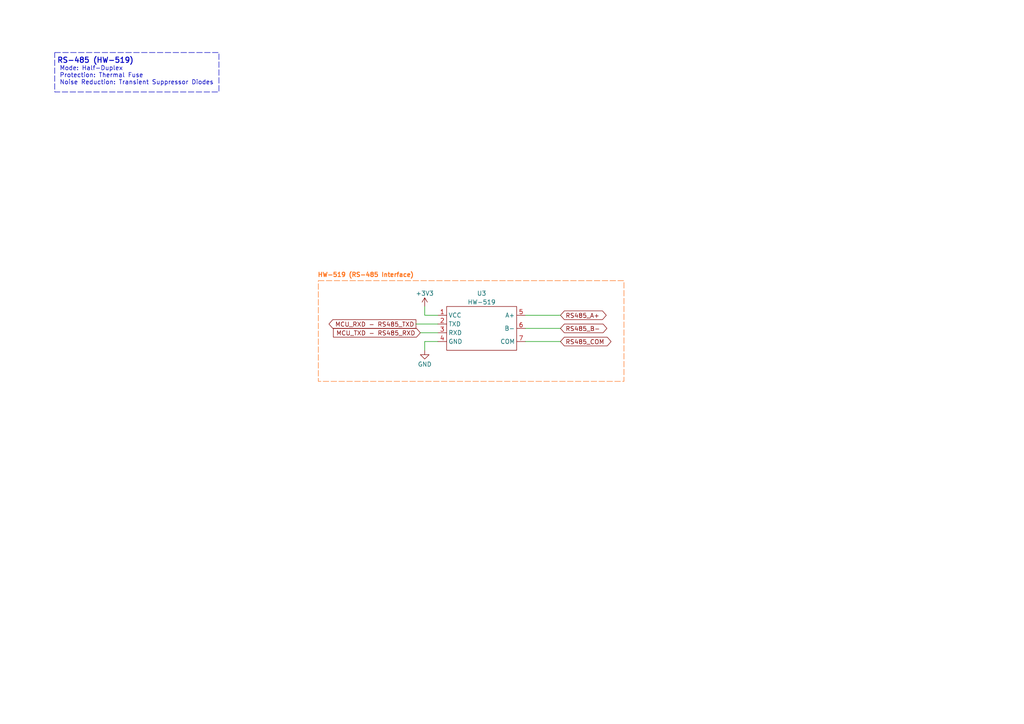
<source format=kicad_sch>
(kicad_sch (version 20231120) (generator "eeschema") (generator_version "8.0")
  (paper "A4")
  (title_block (title "ATL100 (Multiparametric Station) - THT Based") (date "2024-10-29") (rev "v1.0.0") (company "AgroTechLab (Laboratório de Desenvolvimento de Tecnologias para o Agrongócio)") (comment 1 "IFSC/Lages (Instituto Federal de Santa Catarina)") (comment 2 "Confidential (access prohibited without signing a non-disclosure agreement)") (comment 3 "Author: Robson Costa (robson.costa@ifsc.edu.br)") (comment 4 "RS-485"))
  (lib_symbols
    (symbol "AgroTechLab:RS-485 to TTL Module"
      (property "Reference" "U" (at -9.652 7.366 0))
      (symbol "RS-485 to TTL Module_0_1"
        (rectangle (start -10.16 6.35) (end 10.16 -6.35))
      )
      (symbol "RS-485 to TTL Module_1_1"
        (pin power_in line (at -12.7 3.81 0) (length 2.54) (name "VCC") (number "1"))
        (pin output line (at -12.7 1.27 0) (length 2.54) (name "TXD") (number "2"))
        (pin input line (at -12.7 -1.27 0) (length 2.54) (name "RXD") (number "3"))
        (pin power_in line (at -12.7 -3.81 0) (length 2.54) (name "GND") (number "4"))
        (pin bidirectional line (at 12.7 3.81 180) (length 2.54) (name "A+") (number "5"))
        (pin bidirectional line (at 12.7 0 180) (length 2.54) (name "B-") (number "6"))
        (pin bidirectional line (at 12.7 -3.81 180) (length 2.54) (name "COM") (number "7"))
      )
    )
    (symbol "power:+3V3" (power) (pin_numbers hide) (pin_names (offset 0) hide)
      (property "Value" "+3V3" (at 0 3.556 0))
      (symbol "+3V3_0_1"
        (polyline (pts (xy -0.762 1.27) (xy 0 2.54)))
        (polyline (pts (xy 0 0) (xy 0 2.54)))
        (polyline (pts (xy 0 2.54) (xy 0.762 1.27)))
      )
      (symbol "+3V3_1_1"
        (pin power_in line (at 0 0 90) (length 0) (name "~") (number "1"))
      )
    )
    (symbol "power:GND" (power) (pin_numbers hide) (pin_names (offset 0) hide)
      (property "Value" "GND" (at 0 -3.81 0))
      (symbol "GND_0_1"
        (polyline (pts (xy 0 0) (xy 0 -1.27) (xy 1.27 -1.27) (xy 0 -2.54) (xy -1.27 -1.27) (xy 0 -1.27)))
      )
      (symbol "GND_1_1"
        (pin power_in line (at 0 0 270) (length 0) (name "~") (number "1"))
      )
    )
  )
  (wire (pts (xy 121.92 96.52) (xy 127 96.52)))
  (wire (pts (xy 123.19 99.06) (xy 123.19 101.6)))
  (wire (pts (xy 123.19 88.9) (xy 123.19 91.44)))
  (wire (pts (xy 152.4 91.44) (xy 162.56 91.44)))
  (wire (pts (xy 123.19 91.44) (xy 127 91.44)))
  (wire (pts (xy 120.65 93.98) (xy 127 93.98)))
  (wire (pts (xy 152.4 99.06) (xy 162.56 99.06)))
  (wire (pts (xy 152.4 95.25) (xy 162.56 95.25)))
  (wire (pts (xy 127 99.06) (xy 123.19 99.06)))
  (rectangle (start 15.875 15.24) (end 63.5 26.67) (stroke (width 0) (type dash)))
  (rectangle (start 92.329 81.407) (end 180.975 110.617) (stroke (width 0) (type dash) (color 255 114 26 1)))
  (text "RS-485 (HW-519)" (at 27.686 17.653 0) (effects (font (size 1.524 1.524) (thickness 0.254) (bold yes))))
  (text "Mode: Half-Duplex\nProtection: Thermal Fuse\nNoise Reduction: Transient Suppressor Diodes" (at 17.272 21.971 0) (effects (font (size 1.27 1.27)) (justify left)))
  (text "HW-519 (RS-485 Interface)" (at 92.075 80.645 0) (effects (font (size 1.27 1.27) (thickness 0.254) (bold yes)) (justify left bottom)))
  (global_label "RS485_COM" (shape bidirectional) (at 162.56 99.06 0) (property "Intersheetrefs" "${INTERSHEET_REFS}" (effects (hide yes))))
  (global_label "MCU_TXD - RS485_RXD" (shape input) (at 121.92 96.52 180) (property "Intersheetrefs" "${INTERSHEET_REFS}" (effects (hide yes))))
  (global_label "RS485_A+" (shape bidirectional) (at 162.56 91.44 0) (property "Intersheetrefs" "${INTERSHEET_REFS}" (effects (hide yes))))
  (global_label "RS485_B-" (shape bidirectional) (at 162.56 95.25 0) (property "Intersheetrefs" "${INTERSHEET_REFS}" (effects (hide yes))))
  (global_label "MCU_RXD - RS485_TXD" (shape output) (at 120.65 93.98 180) (property "Intersheetrefs" "${INTERSHEET_REFS}" (effects (hide yes))))
  (symbol (lib_id "power:GND") (at 123.19 101.6 0) (unit 1)
    (property "Reference" "#PWR026" (effects (hide yes)))
    (property "Value" "GND" (at 123.19 105.664 0))
    (property "Description" "Power symbol creates a global label with name \"GND\" , ground" (effects (hide yes)))
  )
  (symbol (lib_id "AgroTechLab:RS-485 to TTL Module") (at 139.7 95.25 0) (unit 1)
    (property "Reference" "U3" (at 139.7 85.09 0))
    (property "Value" "HW-519" (at 139.7 87.63 0))
    (property "Footprint" "AgroTechLab:HW-519" (effects (hide yes)))
    (property "Description" "RS485 to TTL" (effects (hide yes)))
    (property "Manufacturer" "OEM" (effects (hide yes)))
    (property "Part Number" "HW-519" (effects (hide yes)))
  )
  (symbol (lib_id "power:+3V3") (at 123.19 88.9 0) (unit 1)
    (property "Reference" "#PWR025" (effects (hide yes)))
    (property "Value" "+3V3" (at 123.19 85.09 0))
    (property "Description" "Power symbol creates a global label with name \"+3V3\"" (effects (hide yes)))
  )
)
</source>
